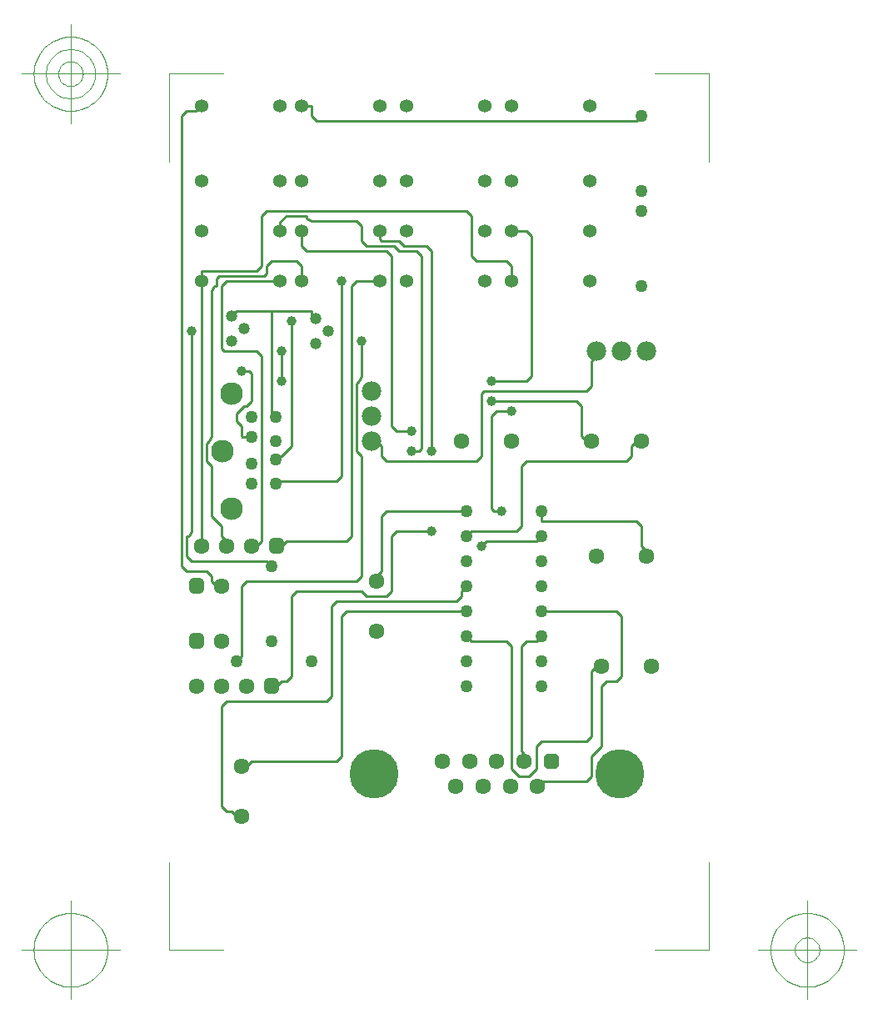
<source format=gbr>
G04 Generated by Ultiboard *
%FSLAX25Y25*%
%MOIN*%

%ADD14C,0.01000*%
%ADD13C,0.00394*%
%ADD15C,0.03937*%
%ADD16C,0.04943*%
%ADD17C,0.09055*%
%ADD18C,0.06334*%
%ADD19C,0.07834*%
%ADD20C,0.19666*%
%ADD21R,0.02667X0.02667*%
%ADD22C,0.03333*%
%ADD23C,0.05000*%
%ADD24R,0.02083X0.02083*%
%ADD25C,0.03917*%
%ADD26C,0.05337*%
%ADD27C,0.04666*%


%LNCopper Bottom*%
%LPD*%
%FSLAX25Y25*%
%MOIN*%
G54D14*
X8000Y212000D02*
X8000Y292000D01*
X4000Y198000D02*
X4000Y378000D01*
X16000Y308000D02*
X16000Y250000D01*
X124000Y267000D02*
X124000Y242000D01*
X36000Y282000D02*
X36000Y208000D01*
X72000Y310000D02*
X72000Y210000D01*
X74000Y271000D02*
X74000Y244000D01*
X68000Y312000D02*
X68000Y234000D01*
X48000Y296000D02*
X48000Y246000D01*
X100000Y322000D02*
X100000Y245000D01*
X164000Y250000D02*
X164000Y262000D01*
X104000Y324000D02*
X104000Y244000D01*
X88000Y254000D02*
X90000Y252000D01*
X90000Y252000D02*
X96000Y252000D01*
X128000Y221000D02*
X128000Y258000D01*
X28000Y254000D02*
X28000Y250000D01*
X12000Y206000D02*
X12000Y308000D01*
X146000Y208000D02*
X126000Y208000D01*
X126000Y208000D02*
X124000Y206000D01*
X134000Y168000D02*
X120000Y168000D01*
X138000Y212000D02*
X120000Y212000D01*
X68000Y178000D02*
X68000Y122000D01*
X20000Y142000D02*
X20000Y102000D01*
X66000Y120000D02*
X32000Y120000D01*
X32000Y120000D02*
X30000Y118000D01*
X30000Y118000D02*
X28000Y118000D01*
X20000Y102000D02*
X22000Y100000D01*
X22000Y100000D02*
X24000Y100000D01*
X24000Y100000D02*
X26000Y98000D01*
X26000Y98000D02*
X28000Y98000D01*
X68000Y122000D02*
X66000Y120000D01*
X70000Y208000D02*
X46000Y208000D01*
X74000Y192000D02*
X30000Y192000D01*
X66000Y232000D02*
X42929Y232000D01*
X76000Y188000D02*
X50000Y188000D01*
X66000Y184000D02*
X64000Y182000D01*
X64000Y182000D02*
X64000Y146000D01*
X64000Y146000D02*
X62000Y144000D01*
X62000Y144000D02*
X22000Y144000D01*
X20000Y190000D02*
X18000Y190000D01*
X18000Y190000D02*
X16000Y192000D01*
X30000Y192000D02*
X28000Y190000D01*
X28000Y190000D02*
X28000Y162000D01*
X50000Y188000D02*
X48000Y186000D01*
X22000Y144000D02*
X20000Y142000D01*
X28000Y162000D02*
X26000Y160000D01*
X48000Y186000D02*
X48000Y154000D01*
X48000Y154000D02*
X46000Y152000D01*
X46000Y152000D02*
X44000Y152000D01*
X44000Y152000D02*
X42000Y150000D01*
X42000Y150000D02*
X40000Y150000D01*
X38000Y200000D02*
X8000Y200000D01*
X34000Y206000D02*
X32000Y206000D01*
X28323Y249677D02*
X31906Y249677D01*
X16000Y238000D02*
X16000Y218000D01*
X16000Y192000D02*
X16000Y194000D01*
X16000Y194000D02*
X14000Y196000D01*
X16000Y218000D02*
X20000Y214000D01*
X6000Y202000D02*
X6000Y209000D01*
X8000Y200000D02*
X6000Y202000D01*
X14000Y196000D02*
X6000Y196000D01*
X6000Y196000D02*
X4000Y198000D01*
X6000Y209000D02*
X6000Y210000D01*
X6000Y210000D02*
X7000Y210000D01*
X7000Y210000D02*
X8000Y212000D01*
X22000Y208000D02*
X22000Y206000D01*
X20000Y214000D02*
X20000Y210000D01*
X20000Y210000D02*
X22000Y208000D01*
X16000Y250000D02*
X15000Y248000D01*
X15000Y248000D02*
X14000Y247000D01*
X14000Y240000D02*
X16000Y238000D01*
X14000Y247000D02*
X14000Y240000D01*
X28000Y250000D02*
X28323Y249677D01*
X46000Y208000D02*
X44000Y206000D01*
X36000Y208000D02*
X34000Y206000D01*
X44000Y206000D02*
X42000Y206000D01*
X40000Y198000D02*
X38000Y200000D01*
X48000Y246000D02*
X44000Y242000D01*
X42929Y232000D02*
X41748Y230819D01*
X44000Y242000D02*
X43087Y242000D01*
X43087Y242000D02*
X41748Y240661D01*
X88000Y210000D02*
X88000Y188000D01*
X88000Y188000D02*
X86000Y186000D01*
X78000Y186000D02*
X76000Y188000D01*
X118000Y190000D02*
X116000Y188000D01*
X116000Y188000D02*
X116000Y186000D01*
X118000Y180000D02*
X70000Y180000D01*
X114000Y184000D02*
X66000Y184000D01*
X86000Y186000D02*
X78000Y186000D01*
X70000Y180000D02*
X68000Y178000D01*
X120000Y168000D02*
X118000Y170000D01*
X116000Y186000D02*
X114000Y184000D01*
X122000Y240000D02*
X86000Y240000D01*
X118000Y220000D02*
X86000Y220000D01*
X104000Y212000D02*
X90000Y212000D01*
X76000Y242000D02*
X76000Y194000D01*
X86000Y220000D02*
X84000Y218000D01*
X76000Y194000D02*
X74000Y192000D01*
X72000Y210000D02*
X70000Y208000D01*
X84000Y218000D02*
X84000Y196000D01*
X84000Y196000D02*
X82000Y194000D01*
X82000Y194000D02*
X82000Y192000D01*
X90000Y212000D02*
X88000Y210000D01*
X82000Y248000D02*
X80000Y248000D01*
X68000Y234000D02*
X66000Y232000D01*
X74000Y244000D02*
X76000Y242000D01*
X86000Y240000D02*
X84000Y242000D01*
X84000Y242000D02*
X84000Y246000D01*
X84000Y246000D02*
X82000Y248000D01*
X120000Y212000D02*
X118000Y210000D01*
X100000Y245000D02*
X99000Y244000D01*
X99000Y244000D02*
X96000Y244000D01*
X124000Y242000D02*
X122000Y240000D01*
X140000Y166000D02*
X140000Y124000D01*
X148000Y128000D02*
X146000Y126000D01*
X146000Y126000D02*
X146000Y117000D01*
X136000Y117000D02*
X136000Y166000D01*
X172000Y150000D02*
X172000Y126000D01*
X172000Y126000D02*
X168000Y122000D01*
X166000Y112000D02*
X148500Y112000D01*
X140000Y124000D02*
X141083Y122917D01*
X141083Y122917D02*
X141083Y120000D01*
X146000Y117000D02*
X143000Y114000D01*
X143000Y114000D02*
X139000Y114000D01*
X139000Y114000D02*
X136000Y117000D01*
X148500Y112000D02*
X146500Y110000D01*
X168000Y122000D02*
X168000Y114000D01*
X168000Y114000D02*
X166000Y112000D01*
X188000Y248000D02*
X186000Y248000D01*
X190000Y202000D02*
X190000Y204000D01*
X190000Y204000D02*
X188000Y206000D01*
X188000Y206000D02*
X188000Y214000D01*
X188000Y214000D02*
X186000Y216000D01*
X166000Y128000D02*
X148000Y128000D01*
X148000Y180000D02*
X178000Y180000D01*
X146000Y168000D02*
X142000Y168000D01*
X142000Y168000D02*
X140000Y166000D01*
X136000Y166000D02*
X134000Y168000D01*
X148000Y170000D02*
X146000Y168000D01*
X172000Y158000D02*
X170000Y158000D01*
X170000Y158000D02*
X168000Y156000D01*
X168000Y156000D02*
X168000Y130000D01*
X180000Y178000D02*
X180000Y154000D01*
X178000Y152000D02*
X174000Y152000D01*
X174000Y152000D02*
X172000Y150000D01*
X168000Y130000D02*
X166000Y128000D01*
X180000Y154000D02*
X178000Y152000D01*
X178000Y180000D02*
X180000Y178000D01*
X182000Y240000D02*
X142000Y240000D01*
X186000Y216000D02*
X148000Y216000D01*
X140000Y238000D02*
X140000Y214000D01*
X148000Y216000D02*
X148000Y220000D01*
X132000Y220000D02*
X129000Y220000D01*
X129000Y220000D02*
X128000Y221000D01*
X140000Y214000D02*
X138000Y212000D01*
X148000Y210000D02*
X146000Y208000D01*
X142000Y240000D02*
X140000Y238000D01*
X168000Y248000D02*
X166000Y248000D01*
X166000Y248000D02*
X164000Y250000D01*
X186000Y248000D02*
X184000Y246000D01*
X184000Y246000D02*
X184000Y242000D01*
X184000Y242000D02*
X182000Y240000D01*
X166000Y268000D02*
X125000Y268000D01*
X125000Y268000D02*
X124000Y267000D01*
X186000Y376000D02*
X58000Y376000D01*
X134000Y320000D02*
X122000Y320000D01*
X4000Y378000D02*
X6000Y380000D01*
X58000Y376000D02*
X56000Y378000D01*
X56000Y378000D02*
X56000Y382000D01*
X56000Y336000D02*
X74000Y336000D01*
X54000Y324000D02*
X86000Y324000D01*
X118000Y340000D02*
X38000Y340000D01*
X51937Y312000D02*
X51937Y315937D01*
X51937Y315937D02*
X52000Y316000D01*
X52000Y316000D02*
X52000Y318000D01*
X38000Y318000D02*
X38000Y315000D01*
X38000Y315000D02*
X37000Y314000D01*
X37000Y314000D02*
X19000Y314000D01*
X19000Y314000D02*
X18000Y313000D01*
X36000Y318000D02*
X34000Y316000D01*
X34000Y316000D02*
X12000Y316000D01*
X12000Y316000D02*
X11937Y315937D01*
X11937Y315937D02*
X11937Y312000D01*
X56000Y300000D02*
X26000Y300000D01*
X43433Y312000D02*
X22000Y312000D01*
X21000Y284000D02*
X34000Y284000D01*
X28000Y276000D02*
X31000Y276000D01*
X31000Y276000D02*
X32000Y275000D01*
X32000Y275000D02*
X32000Y264000D01*
X32000Y264000D02*
X30000Y262000D01*
X30000Y262000D02*
X29000Y262000D01*
X20000Y285000D02*
X21000Y284000D01*
X29000Y262000D02*
X26000Y259000D01*
X26000Y259000D02*
X26000Y256000D01*
X26000Y256000D02*
X28000Y254000D01*
X18000Y310000D02*
X17000Y310000D01*
X17000Y310000D02*
X16000Y308000D01*
X12000Y308000D02*
X11937Y308063D01*
X11937Y308063D02*
X11937Y312000D01*
X26000Y300000D02*
X24000Y298000D01*
X20000Y310000D02*
X20000Y285000D01*
X18000Y313000D02*
X18000Y311000D01*
X18000Y311000D02*
X18000Y310000D01*
X22000Y312000D02*
X20000Y310000D01*
X40000Y300000D02*
X40000Y259339D01*
X34000Y284000D02*
X36000Y282000D01*
X44000Y284000D02*
X44000Y272000D01*
X40000Y259339D02*
X41748Y257591D01*
X57792Y296792D02*
X56000Y298583D01*
X56000Y298583D02*
X56000Y300000D01*
X50000Y320000D02*
X40000Y320000D01*
X43433Y335433D02*
X46000Y338000D01*
X46000Y338000D02*
X53000Y338000D01*
X43433Y332000D02*
X43433Y335433D01*
X36000Y338000D02*
X36000Y318000D01*
X40000Y320000D02*
X38000Y318000D01*
X38000Y340000D02*
X36000Y338000D01*
X51937Y332000D02*
X51937Y328063D01*
X52000Y318000D02*
X50000Y320000D01*
X51937Y328063D02*
X52000Y328000D01*
X52000Y328000D02*
X52000Y326000D01*
X52000Y326000D02*
X54000Y324000D01*
X53000Y338000D02*
X54000Y338000D01*
X54000Y338000D02*
X54000Y337000D01*
X54000Y337000D02*
X56000Y336000D01*
X88000Y322000D02*
X88000Y254000D01*
X76000Y288000D02*
X76000Y274000D01*
X76000Y274000D02*
X75000Y272000D01*
X75000Y272000D02*
X74000Y271000D01*
X83433Y312000D02*
X74000Y312000D01*
X74000Y312000D02*
X72000Y310000D01*
X91000Y324000D02*
X98000Y324000D01*
X91000Y328000D02*
X93000Y326000D01*
X93000Y326000D02*
X102000Y326000D01*
X76000Y328000D02*
X78000Y326000D01*
X78000Y326000D02*
X89000Y326000D01*
X76000Y334000D02*
X76000Y328000D01*
X74000Y336000D02*
X76000Y334000D01*
X83433Y332000D02*
X83433Y328567D01*
X89000Y326000D02*
X91000Y324000D01*
X83433Y328567D02*
X84000Y328000D01*
X84000Y328000D02*
X91000Y328000D01*
X86000Y324000D02*
X88000Y322000D01*
X98000Y324000D02*
X100000Y322000D01*
X102000Y326000D02*
X104000Y324000D01*
X120000Y322000D02*
X120000Y338000D01*
X122000Y320000D02*
X120000Y322000D01*
X120000Y338000D02*
X118000Y340000D01*
X6000Y380000D02*
X10000Y380000D01*
X10000Y380000D02*
X10000Y380063D01*
X10000Y380063D02*
X11937Y382000D01*
X56000Y382000D02*
X51937Y382000D01*
X188000Y378000D02*
X186000Y376000D01*
X144000Y330000D02*
X144000Y274000D01*
X135937Y312000D02*
X135937Y315937D01*
X135937Y315937D02*
X136000Y316000D01*
X136000Y316000D02*
X136000Y318000D01*
X162000Y264000D02*
X128000Y264000D01*
X144000Y274000D02*
X142000Y272000D01*
X142000Y272000D02*
X128000Y272000D01*
X128000Y258000D02*
X130000Y260000D01*
X130000Y260000D02*
X136000Y260000D01*
X170000Y284000D02*
X170000Y282000D01*
X170000Y282000D02*
X168000Y280000D01*
X168000Y270000D02*
X166000Y268000D01*
X164000Y262000D02*
X162000Y264000D01*
X168000Y280000D02*
X168000Y270000D01*
X135937Y332000D02*
X142000Y332000D01*
X142000Y332000D02*
X144000Y330000D01*
X136000Y318000D02*
X134000Y320000D01*
G54D13*
X-1000Y44493D02*
X-1000Y79513D01*
X-1000Y44493D02*
X20600Y44493D01*
X215000Y44493D02*
X193400Y44493D01*
X215000Y44493D02*
X215000Y79513D01*
X215000Y394701D02*
X215000Y359680D01*
X215000Y394701D02*
X193400Y394701D01*
X-1000Y394701D02*
X20600Y394701D01*
X-1000Y394701D02*
X-1000Y359680D01*
X-20685Y44493D02*
X-60055Y44493D01*
X-40370Y24807D02*
X-40370Y64178D01*
X-25606Y44493D02*
X-25677Y45940D01*
X-25677Y45940D02*
X-25890Y47373D01*
X-25890Y47373D02*
X-26242Y48778D01*
X-26242Y48778D02*
X-26730Y50142D01*
X-26730Y50142D02*
X-27350Y51452D01*
X-27350Y51452D02*
X-28094Y52695D01*
X-28094Y52695D02*
X-28958Y53859D01*
X-28958Y53859D02*
X-29931Y54932D01*
X-29931Y54932D02*
X-31004Y55905D01*
X-31004Y55905D02*
X-32168Y56768D01*
X-32168Y56768D02*
X-33410Y57513D01*
X-33410Y57513D02*
X-34720Y58132D01*
X-34720Y58132D02*
X-36084Y58621D01*
X-36084Y58621D02*
X-37490Y58973D01*
X-37490Y58973D02*
X-38923Y59185D01*
X-38923Y59185D02*
X-40370Y59256D01*
X-40370Y59256D02*
X-41817Y59185D01*
X-41817Y59185D02*
X-43250Y58973D01*
X-43250Y58973D02*
X-44656Y58621D01*
X-44656Y58621D02*
X-46020Y58132D01*
X-46020Y58132D02*
X-47330Y57513D01*
X-47330Y57513D02*
X-48572Y56768D01*
X-48572Y56768D02*
X-49736Y55905D01*
X-49736Y55905D02*
X-50810Y54932D01*
X-50810Y54932D02*
X-51783Y53859D01*
X-51783Y53859D02*
X-52646Y52695D01*
X-52646Y52695D02*
X-53391Y51452D01*
X-53391Y51452D02*
X-54010Y50142D01*
X-54010Y50142D02*
X-54498Y48778D01*
X-54498Y48778D02*
X-54850Y47373D01*
X-54850Y47373D02*
X-55063Y45940D01*
X-55063Y45940D02*
X-55134Y44493D01*
X-55134Y44493D02*
X-55063Y43045D01*
X-55063Y43045D02*
X-54850Y41612D01*
X-54850Y41612D02*
X-54498Y40207D01*
X-54498Y40207D02*
X-54010Y38843D01*
X-54010Y38843D02*
X-53391Y37533D01*
X-53391Y37533D02*
X-52646Y36290D01*
X-52646Y36290D02*
X-51783Y35126D01*
X-51783Y35126D02*
X-50810Y34053D01*
X-50810Y34053D02*
X-49736Y33080D01*
X-49736Y33080D02*
X-48572Y32217D01*
X-48572Y32217D02*
X-47330Y31472D01*
X-47330Y31472D02*
X-46020Y30853D01*
X-46020Y30853D02*
X-44656Y30364D01*
X-44656Y30364D02*
X-43250Y30012D01*
X-43250Y30012D02*
X-41817Y29800D01*
X-41817Y29800D02*
X-40370Y29729D01*
X-40370Y29729D02*
X-38923Y29800D01*
X-38923Y29800D02*
X-37490Y30012D01*
X-37490Y30012D02*
X-36084Y30364D01*
X-36084Y30364D02*
X-34720Y30853D01*
X-34720Y30853D02*
X-33410Y31472D01*
X-33410Y31472D02*
X-32168Y32217D01*
X-32168Y32217D02*
X-31004Y33080D01*
X-31004Y33080D02*
X-29931Y34053D01*
X-29931Y34053D02*
X-28958Y35126D01*
X-28958Y35126D02*
X-28094Y36290D01*
X-28094Y36290D02*
X-27350Y37533D01*
X-27350Y37533D02*
X-26730Y38843D01*
X-26730Y38843D02*
X-26242Y40207D01*
X-26242Y40207D02*
X-25890Y41612D01*
X-25890Y41612D02*
X-25677Y43045D01*
X-25677Y43045D02*
X-25606Y44493D01*
X234685Y44493D02*
X274055Y44493D01*
X254370Y24807D02*
X254370Y64178D01*
X269134Y44493D02*
X269063Y45940D01*
X269063Y45940D02*
X268850Y47373D01*
X268850Y47373D02*
X268498Y48778D01*
X268498Y48778D02*
X268010Y50142D01*
X268010Y50142D02*
X267391Y51452D01*
X267391Y51452D02*
X266646Y52695D01*
X266646Y52695D02*
X265783Y53859D01*
X265783Y53859D02*
X264810Y54932D01*
X264810Y54932D02*
X263736Y55905D01*
X263736Y55905D02*
X262572Y56768D01*
X262572Y56768D02*
X261330Y57513D01*
X261330Y57513D02*
X260020Y58132D01*
X260020Y58132D02*
X258656Y58621D01*
X258656Y58621D02*
X257250Y58973D01*
X257250Y58973D02*
X255817Y59185D01*
X255817Y59185D02*
X254370Y59256D01*
X254370Y59256D02*
X252923Y59185D01*
X252923Y59185D02*
X251490Y58973D01*
X251490Y58973D02*
X250084Y58621D01*
X250084Y58621D02*
X248720Y58132D01*
X248720Y58132D02*
X247410Y57513D01*
X247410Y57513D02*
X246168Y56768D01*
X246168Y56768D02*
X245004Y55905D01*
X245004Y55905D02*
X243931Y54932D01*
X243931Y54932D02*
X242958Y53859D01*
X242958Y53859D02*
X242094Y52695D01*
X242094Y52695D02*
X241350Y51452D01*
X241350Y51452D02*
X240730Y50142D01*
X240730Y50142D02*
X240242Y48778D01*
X240242Y48778D02*
X239890Y47373D01*
X239890Y47373D02*
X239677Y45940D01*
X239677Y45940D02*
X239606Y44493D01*
X239606Y44493D02*
X239677Y43045D01*
X239677Y43045D02*
X239890Y41612D01*
X239890Y41612D02*
X240242Y40207D01*
X240242Y40207D02*
X240730Y38843D01*
X240730Y38843D02*
X241350Y37533D01*
X241350Y37533D02*
X242094Y36290D01*
X242094Y36290D02*
X242958Y35126D01*
X242958Y35126D02*
X243931Y34053D01*
X243931Y34053D02*
X245004Y33080D01*
X245004Y33080D02*
X246168Y32217D01*
X246168Y32217D02*
X247410Y31472D01*
X247410Y31472D02*
X248720Y30853D01*
X248720Y30853D02*
X250084Y30364D01*
X250084Y30364D02*
X251490Y30012D01*
X251490Y30012D02*
X252923Y29800D01*
X252923Y29800D02*
X254370Y29729D01*
X254370Y29729D02*
X255817Y29800D01*
X255817Y29800D02*
X257250Y30012D01*
X257250Y30012D02*
X258656Y30364D01*
X258656Y30364D02*
X260020Y30853D01*
X260020Y30853D02*
X261330Y31472D01*
X261330Y31472D02*
X262572Y32217D01*
X262572Y32217D02*
X263736Y33080D01*
X263736Y33080D02*
X264810Y34053D01*
X264810Y34053D02*
X265783Y35126D01*
X265783Y35126D02*
X266646Y36290D01*
X266646Y36290D02*
X267391Y37533D01*
X267391Y37533D02*
X268010Y38843D01*
X268010Y38843D02*
X268498Y40207D01*
X268498Y40207D02*
X268850Y41612D01*
X268850Y41612D02*
X269063Y43045D01*
X269063Y43045D02*
X269134Y44493D01*
X259291Y44493D02*
X259268Y44975D01*
X259268Y44975D02*
X259197Y45453D01*
X259197Y45453D02*
X259079Y45921D01*
X259079Y45921D02*
X258917Y46376D01*
X258917Y46376D02*
X258710Y46812D01*
X258710Y46812D02*
X258462Y47227D01*
X258462Y47227D02*
X258174Y47615D01*
X258174Y47615D02*
X257850Y47972D01*
X257850Y47972D02*
X257492Y48297D01*
X257492Y48297D02*
X257104Y48584D01*
X257104Y48584D02*
X256690Y48833D01*
X256690Y48833D02*
X256253Y49039D01*
X256253Y49039D02*
X255799Y49202D01*
X255799Y49202D02*
X255330Y49319D01*
X255330Y49319D02*
X254852Y49390D01*
X254852Y49390D02*
X254370Y49414D01*
X254370Y49414D02*
X253888Y49390D01*
X253888Y49390D02*
X253410Y49319D01*
X253410Y49319D02*
X252942Y49202D01*
X252942Y49202D02*
X252487Y49039D01*
X252487Y49039D02*
X252050Y48833D01*
X252050Y48833D02*
X251636Y48584D01*
X251636Y48584D02*
X251248Y48297D01*
X251248Y48297D02*
X250890Y47972D01*
X250890Y47972D02*
X250566Y47615D01*
X250566Y47615D02*
X250278Y47227D01*
X250278Y47227D02*
X250030Y46812D01*
X250030Y46812D02*
X249823Y46376D01*
X249823Y46376D02*
X249661Y45921D01*
X249661Y45921D02*
X249543Y45453D01*
X249543Y45453D02*
X249473Y44975D01*
X249473Y44975D02*
X249449Y44493D01*
X249449Y44493D02*
X249473Y44010D01*
X249473Y44010D02*
X249543Y43532D01*
X249543Y43532D02*
X249661Y43064D01*
X249661Y43064D02*
X249823Y42609D01*
X249823Y42609D02*
X250030Y42173D01*
X250030Y42173D02*
X250278Y41758D01*
X250278Y41758D02*
X250566Y41371D01*
X250566Y41371D02*
X250890Y41013D01*
X250890Y41013D02*
X251248Y40688D01*
X251248Y40688D02*
X251636Y40401D01*
X251636Y40401D02*
X252050Y40152D01*
X252050Y40152D02*
X252487Y39946D01*
X252487Y39946D02*
X252942Y39783D01*
X252942Y39783D02*
X253410Y39666D01*
X253410Y39666D02*
X253888Y39595D01*
X253888Y39595D02*
X254370Y39571D01*
X254370Y39571D02*
X254852Y39595D01*
X254852Y39595D02*
X255330Y39666D01*
X255330Y39666D02*
X255799Y39783D01*
X255799Y39783D02*
X256253Y39946D01*
X256253Y39946D02*
X256690Y40152D01*
X256690Y40152D02*
X257104Y40401D01*
X257104Y40401D02*
X257492Y40688D01*
X257492Y40688D02*
X257850Y41013D01*
X257850Y41013D02*
X258174Y41371D01*
X258174Y41371D02*
X258462Y41758D01*
X258462Y41758D02*
X258710Y42173D01*
X258710Y42173D02*
X258917Y42609D01*
X258917Y42609D02*
X259079Y43064D01*
X259079Y43064D02*
X259197Y43532D01*
X259197Y43532D02*
X259268Y44010D01*
X259268Y44010D02*
X259291Y44493D01*
X-20685Y394701D02*
X-60055Y394701D01*
X-40370Y375016D02*
X-40370Y414386D01*
X-25606Y394701D02*
X-25677Y396148D01*
X-25677Y396148D02*
X-25890Y397581D01*
X-25890Y397581D02*
X-26242Y398986D01*
X-26242Y398986D02*
X-26730Y400351D01*
X-26730Y400351D02*
X-27350Y401660D01*
X-27350Y401660D02*
X-28094Y402903D01*
X-28094Y402903D02*
X-28958Y404067D01*
X-28958Y404067D02*
X-29931Y405140D01*
X-29931Y405140D02*
X-31004Y406113D01*
X-31004Y406113D02*
X-32168Y406976D01*
X-32168Y406976D02*
X-33410Y407721D01*
X-33410Y407721D02*
X-34720Y408341D01*
X-34720Y408341D02*
X-36084Y408829D01*
X-36084Y408829D02*
X-37490Y409181D01*
X-37490Y409181D02*
X-38923Y409393D01*
X-38923Y409393D02*
X-40370Y409465D01*
X-40370Y409465D02*
X-41817Y409393D01*
X-41817Y409393D02*
X-43250Y409181D01*
X-43250Y409181D02*
X-44656Y408829D01*
X-44656Y408829D02*
X-46020Y408341D01*
X-46020Y408341D02*
X-47330Y407721D01*
X-47330Y407721D02*
X-48572Y406976D01*
X-48572Y406976D02*
X-49736Y406113D01*
X-49736Y406113D02*
X-50810Y405140D01*
X-50810Y405140D02*
X-51783Y404067D01*
X-51783Y404067D02*
X-52646Y402903D01*
X-52646Y402903D02*
X-53391Y401660D01*
X-53391Y401660D02*
X-54010Y400351D01*
X-54010Y400351D02*
X-54498Y398986D01*
X-54498Y398986D02*
X-54850Y397581D01*
X-54850Y397581D02*
X-55063Y396148D01*
X-55063Y396148D02*
X-55134Y394701D01*
X-55134Y394701D02*
X-55063Y393254D01*
X-55063Y393254D02*
X-54850Y391821D01*
X-54850Y391821D02*
X-54498Y390415D01*
X-54498Y390415D02*
X-54010Y389051D01*
X-54010Y389051D02*
X-53391Y387741D01*
X-53391Y387741D02*
X-52646Y386498D01*
X-52646Y386498D02*
X-51783Y385335D01*
X-51783Y385335D02*
X-50810Y384261D01*
X-50810Y384261D02*
X-49736Y383288D01*
X-49736Y383288D02*
X-48572Y382425D01*
X-48572Y382425D02*
X-47330Y381680D01*
X-47330Y381680D02*
X-46020Y381061D01*
X-46020Y381061D02*
X-44656Y380573D01*
X-44656Y380573D02*
X-43250Y380221D01*
X-43250Y380221D02*
X-41817Y380008D01*
X-41817Y380008D02*
X-40370Y379937D01*
X-40370Y379937D02*
X-38923Y380008D01*
X-38923Y380008D02*
X-37490Y380221D01*
X-37490Y380221D02*
X-36084Y380573D01*
X-36084Y380573D02*
X-34720Y381061D01*
X-34720Y381061D02*
X-33410Y381680D01*
X-33410Y381680D02*
X-32168Y382425D01*
X-32168Y382425D02*
X-31004Y383288D01*
X-31004Y383288D02*
X-29931Y384261D01*
X-29931Y384261D02*
X-28958Y385335D01*
X-28958Y385335D02*
X-28094Y386498D01*
X-28094Y386498D02*
X-27350Y387741D01*
X-27350Y387741D02*
X-26730Y389051D01*
X-26730Y389051D02*
X-26242Y390415D01*
X-26242Y390415D02*
X-25890Y391821D01*
X-25890Y391821D02*
X-25677Y393254D01*
X-25677Y393254D02*
X-25606Y394701D01*
X-30528Y394701D02*
X-30575Y395666D01*
X-30575Y395666D02*
X-30717Y396621D01*
X-30717Y396621D02*
X-30951Y397558D01*
X-30951Y397558D02*
X-31277Y398467D01*
X-31277Y398467D02*
X-31690Y399341D01*
X-31690Y399341D02*
X-32186Y400169D01*
X-32186Y400169D02*
X-32762Y400945D01*
X-32762Y400945D02*
X-33410Y401661D01*
X-33410Y401661D02*
X-34126Y402309D01*
X-34126Y402309D02*
X-34902Y402885D01*
X-34902Y402885D02*
X-35730Y403381D01*
X-35730Y403381D02*
X-36604Y403794D01*
X-36604Y403794D02*
X-37513Y404119D01*
X-37513Y404119D02*
X-38450Y404354D01*
X-38450Y404354D02*
X-39405Y404496D01*
X-39405Y404496D02*
X-40370Y404543D01*
X-40370Y404543D02*
X-41335Y404496D01*
X-41335Y404496D02*
X-42290Y404354D01*
X-42290Y404354D02*
X-43227Y404119D01*
X-43227Y404119D02*
X-44137Y403794D01*
X-44137Y403794D02*
X-45010Y403381D01*
X-45010Y403381D02*
X-45838Y402885D01*
X-45838Y402885D02*
X-46614Y402309D01*
X-46614Y402309D02*
X-47330Y401661D01*
X-47330Y401661D02*
X-47978Y400945D01*
X-47978Y400945D02*
X-48554Y400169D01*
X-48554Y400169D02*
X-49050Y399341D01*
X-49050Y399341D02*
X-49463Y398467D01*
X-49463Y398467D02*
X-49789Y397558D01*
X-49789Y397558D02*
X-50023Y396621D01*
X-50023Y396621D02*
X-50165Y395666D01*
X-50165Y395666D02*
X-50213Y394701D01*
X-50213Y394701D02*
X-50165Y393736D01*
X-50165Y393736D02*
X-50023Y392781D01*
X-50023Y392781D02*
X-49789Y391844D01*
X-49789Y391844D02*
X-49463Y390934D01*
X-49463Y390934D02*
X-49050Y390061D01*
X-49050Y390061D02*
X-48554Y389233D01*
X-48554Y389233D02*
X-47978Y388457D01*
X-47978Y388457D02*
X-47330Y387741D01*
X-47330Y387741D02*
X-46614Y387092D01*
X-46614Y387092D02*
X-45838Y386517D01*
X-45838Y386517D02*
X-45010Y386020D01*
X-45010Y386020D02*
X-44137Y385607D01*
X-44137Y385607D02*
X-43227Y385282D01*
X-43227Y385282D02*
X-42290Y385047D01*
X-42290Y385047D02*
X-41335Y384906D01*
X-41335Y384906D02*
X-40370Y384858D01*
X-40370Y384858D02*
X-39405Y384906D01*
X-39405Y384906D02*
X-38450Y385047D01*
X-38450Y385047D02*
X-37513Y385282D01*
X-37513Y385282D02*
X-36604Y385607D01*
X-36604Y385607D02*
X-35730Y386020D01*
X-35730Y386020D02*
X-34902Y386517D01*
X-34902Y386517D02*
X-34126Y387092D01*
X-34126Y387092D02*
X-33410Y387741D01*
X-33410Y387741D02*
X-32762Y388457D01*
X-32762Y388457D02*
X-32186Y389233D01*
X-32186Y389233D02*
X-31690Y390061D01*
X-31690Y390061D02*
X-31277Y390934D01*
X-31277Y390934D02*
X-30951Y391844D01*
X-30951Y391844D02*
X-30717Y392781D01*
X-30717Y392781D02*
X-30575Y393736D01*
X-30575Y393736D02*
X-30528Y394701D01*
X-35449Y394701D02*
X-35473Y395183D01*
X-35473Y395183D02*
X-35543Y395661D01*
X-35543Y395661D02*
X-35661Y396129D01*
X-35661Y396129D02*
X-35823Y396584D01*
X-35823Y396584D02*
X-36030Y397021D01*
X-36030Y397021D02*
X-36278Y397435D01*
X-36278Y397435D02*
X-36566Y397823D01*
X-36566Y397823D02*
X-36890Y398181D01*
X-36890Y398181D02*
X-37248Y398505D01*
X-37248Y398505D02*
X-37636Y398793D01*
X-37636Y398793D02*
X-38050Y399041D01*
X-38050Y399041D02*
X-38487Y399247D01*
X-38487Y399247D02*
X-38942Y399410D01*
X-38942Y399410D02*
X-39410Y399527D01*
X-39410Y399527D02*
X-39888Y399598D01*
X-39888Y399598D02*
X-40370Y399622D01*
X-40370Y399622D02*
X-40852Y399598D01*
X-40852Y399598D02*
X-41330Y399527D01*
X-41330Y399527D02*
X-41799Y399410D01*
X-41799Y399410D02*
X-42253Y399247D01*
X-42253Y399247D02*
X-42690Y399041D01*
X-42690Y399041D02*
X-43104Y398793D01*
X-43104Y398793D02*
X-43492Y398505D01*
X-43492Y398505D02*
X-43850Y398181D01*
X-43850Y398181D02*
X-44174Y397823D01*
X-44174Y397823D02*
X-44462Y397435D01*
X-44462Y397435D02*
X-44710Y397021D01*
X-44710Y397021D02*
X-44917Y396584D01*
X-44917Y396584D02*
X-45079Y396129D01*
X-45079Y396129D02*
X-45197Y395661D01*
X-45197Y395661D02*
X-45268Y395183D01*
X-45268Y395183D02*
X-45291Y394701D01*
X-45291Y394701D02*
X-45268Y394218D01*
X-45268Y394218D02*
X-45197Y393741D01*
X-45197Y393741D02*
X-45079Y393272D01*
X-45079Y393272D02*
X-44917Y392818D01*
X-44917Y392818D02*
X-44710Y392381D01*
X-44710Y392381D02*
X-44462Y391967D01*
X-44462Y391967D02*
X-44174Y391579D01*
X-44174Y391579D02*
X-43850Y391221D01*
X-43850Y391221D02*
X-43492Y390897D01*
X-43492Y390897D02*
X-43104Y390609D01*
X-43104Y390609D02*
X-42690Y390361D01*
X-42690Y390361D02*
X-42253Y390154D01*
X-42253Y390154D02*
X-41799Y389991D01*
X-41799Y389991D02*
X-41330Y389874D01*
X-41330Y389874D02*
X-40852Y389803D01*
X-40852Y389803D02*
X-40370Y389780D01*
X-40370Y389780D02*
X-39888Y389803D01*
X-39888Y389803D02*
X-39410Y389874D01*
X-39410Y389874D02*
X-38942Y389991D01*
X-38942Y389991D02*
X-38487Y390154D01*
X-38487Y390154D02*
X-38050Y390361D01*
X-38050Y390361D02*
X-37636Y390609D01*
X-37636Y390609D02*
X-37248Y390897D01*
X-37248Y390897D02*
X-36890Y391221D01*
X-36890Y391221D02*
X-36566Y391579D01*
X-36566Y391579D02*
X-36278Y391967D01*
X-36278Y391967D02*
X-36030Y392381D01*
X-36030Y392381D02*
X-35823Y392818D01*
X-35823Y392818D02*
X-35661Y393272D01*
X-35661Y393272D02*
X-35543Y393741D01*
X-35543Y393741D02*
X-35473Y394218D01*
X-35473Y394218D02*
X-35449Y394701D01*
G54D15*
X96000Y252000D03*
X124000Y206000D03*
X96000Y244000D03*
X104000Y212000D03*
X104000Y244000D03*
X132000Y220000D03*
X128000Y272000D03*
X128000Y264000D03*
X28000Y276000D03*
X8000Y292000D03*
X44000Y284000D03*
X44000Y272000D03*
X48000Y296000D03*
X68000Y312000D03*
X76000Y288000D03*
X136000Y260000D03*
G54D16*
X31906Y249677D03*
X31906Y238693D03*
X31906Y230819D03*
X41748Y230819D03*
X41748Y240661D03*
X41748Y247748D03*
X31906Y257591D03*
X41748Y257591D03*
G54D17*
X24000Y221000D03*
X20488Y244000D03*
X24000Y267000D03*
G54D18*
X116000Y248000D03*
X136000Y248000D03*
X188000Y248000D03*
X168000Y248000D03*
X124667Y110000D03*
X113750Y110000D03*
X135583Y110000D03*
X146500Y110000D03*
X108333Y120000D03*
X119250Y120000D03*
X141083Y120000D03*
X130167Y120000D03*
X28000Y98000D03*
X28000Y118000D03*
X82000Y192000D03*
X82000Y172000D03*
X20000Y190000D03*
X30000Y150000D03*
X10000Y150000D03*
X20000Y150000D03*
X20000Y168000D03*
X32000Y206000D03*
X12000Y206000D03*
X22000Y206000D03*
X192000Y158000D03*
X172000Y158000D03*
X190000Y202000D03*
X170000Y202000D03*
G54D19*
X80000Y248000D03*
X80000Y268000D03*
X80000Y258000D03*
X190000Y284000D03*
X170000Y284000D03*
X180000Y284000D03*
G54D20*
X81000Y115000D03*
X179417Y115000D03*
G54D21*
X152000Y120000D03*
G54D22*
X150667Y118667D02*
X153333Y118667D01*
X153333Y121333D01*
X150667Y121333D01*
X150667Y118667D01*D02*
G54D23*
X118000Y190000D03*
X118000Y160000D03*
X118000Y150000D03*
X118000Y170000D03*
X118000Y180000D03*
X118000Y220000D03*
X118000Y200000D03*
X118000Y210000D03*
X148000Y190000D03*
X148000Y160000D03*
X148000Y150000D03*
X148000Y170000D03*
X148000Y180000D03*
X148000Y220000D03*
X148000Y200000D03*
X148000Y210000D03*
X40000Y168000D03*
X40000Y198000D03*
X26000Y160000D03*
X56000Y160000D03*
X188000Y378000D03*
X188000Y348000D03*
X188000Y310000D03*
X188000Y340000D03*
G54D24*
X10000Y190000D03*
X40000Y150000D03*
X10000Y168000D03*
X42000Y206000D03*
G54D25*
X8959Y188959D02*
X11041Y188959D01*
X11041Y191041D01*
X8959Y191041D01*
X8959Y188959D01*D02*
X38959Y148959D02*
X41041Y148959D01*
X41041Y151041D01*
X38959Y151041D01*
X38959Y148959D01*D02*
X8959Y166959D02*
X11041Y166959D01*
X11041Y169041D01*
X8959Y169041D01*
X8959Y166959D01*D02*
X40959Y204959D02*
X43041Y204959D01*
X43041Y207041D01*
X40959Y207041D01*
X40959Y204959D01*D02*
G54D26*
X125433Y312000D03*
X125433Y332000D03*
X125433Y352000D03*
X125433Y382000D03*
X93937Y312000D03*
X93937Y332000D03*
X93937Y352000D03*
X93937Y382000D03*
X51937Y312000D03*
X51937Y332000D03*
X51937Y352000D03*
X83433Y312000D03*
X83433Y332000D03*
X83433Y352000D03*
X51937Y382000D03*
X83433Y382000D03*
X11937Y312000D03*
X43433Y312000D03*
X11937Y332000D03*
X11937Y352000D03*
X43433Y332000D03*
X43433Y352000D03*
X11937Y382000D03*
X43433Y382000D03*
X135937Y312000D03*
X167433Y312000D03*
X135937Y332000D03*
X135937Y352000D03*
X167433Y332000D03*
X167433Y352000D03*
X135937Y382000D03*
X167433Y382000D03*
G54D27*
X62792Y291792D03*
X57792Y296792D03*
X57792Y286792D03*
X24000Y298000D03*
X29000Y293000D03*
X24000Y288000D03*

M00*

</source>
